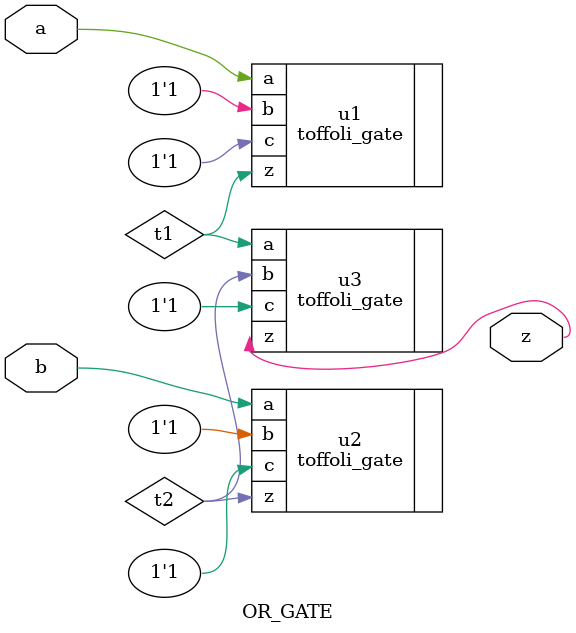
<source format=v>
`timescale 1ns / 1ps

module OR_GATE(output z, input a, input b);
  wire t1,t2;
  toffoli_gate u1(.z(t1), .a(a),.b(1'b1), .c(1'b1));
  toffoli_gate u2(.z(t2), .a(b), .b(1'b1), .c(1'b1));
  toffoli_gate u3(.z(z), .a(t1), .b(t2), .c(1'b1));
endmodule

</source>
